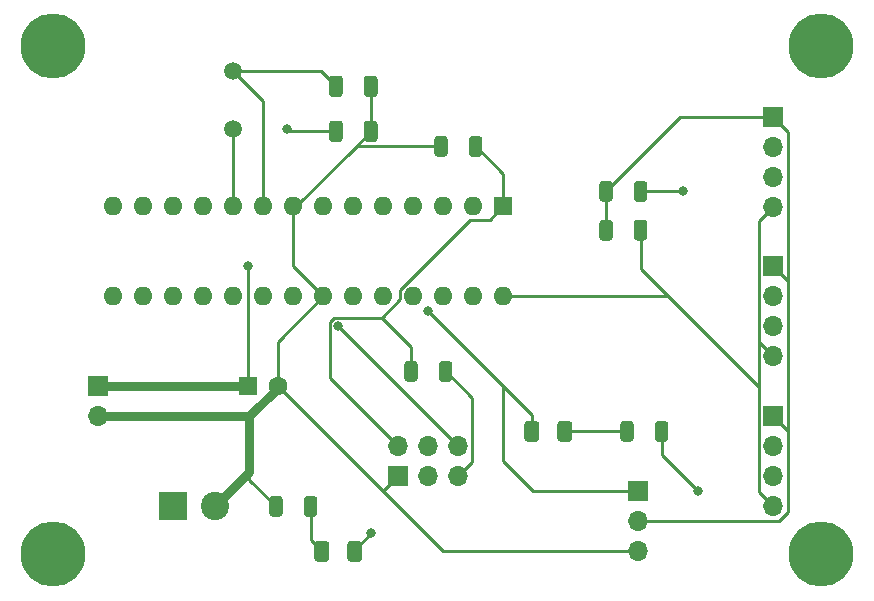
<source format=gbr>
%TF.GenerationSoftware,KiCad,Pcbnew,5.1.9+dfsg1-1+deb11u1*%
%TF.CreationDate,2022-11-29T20:17:50-05:00*%
%TF.ProjectId,Weather_Station_PCB,57656174-6865-4725-9f53-746174696f6e,rev?*%
%TF.SameCoordinates,Original*%
%TF.FileFunction,Copper,L1,Top*%
%TF.FilePolarity,Positive*%
%FSLAX46Y46*%
G04 Gerber Fmt 4.6, Leading zero omitted, Abs format (unit mm)*
G04 Created by KiCad (PCBNEW 5.1.9+dfsg1-1+deb11u1) date 2022-11-29 20:17:50*
%MOMM*%
%LPD*%
G01*
G04 APERTURE LIST*
%TA.AperFunction,ComponentPad*%
%ADD10C,2.400000*%
%TD*%
%TA.AperFunction,ComponentPad*%
%ADD11R,2.400000X2.400000*%
%TD*%
%TA.AperFunction,ComponentPad*%
%ADD12C,1.600000*%
%TD*%
%TA.AperFunction,ComponentPad*%
%ADD13R,1.600000X1.600000*%
%TD*%
%TA.AperFunction,ComponentPad*%
%ADD14O,1.700000X1.700000*%
%TD*%
%TA.AperFunction,ComponentPad*%
%ADD15R,1.700000X1.700000*%
%TD*%
%TA.AperFunction,ComponentPad*%
%ADD16C,1.500000*%
%TD*%
%TA.AperFunction,ComponentPad*%
%ADD17O,1.600000X1.600000*%
%TD*%
%TA.AperFunction,ViaPad*%
%ADD18C,5.500000*%
%TD*%
%TA.AperFunction,ViaPad*%
%ADD19C,0.800000*%
%TD*%
%TA.AperFunction,Conductor*%
%ADD20C,0.250000*%
%TD*%
%TA.AperFunction,Conductor*%
%ADD21C,0.750000*%
%TD*%
G04 APERTURE END LIST*
%TO.P,R6,2*%
%TO.N,Net-(J5-Pad4)*%
%TA.AperFunction,SMDPad,CuDef*%
G36*
G01*
X176160000Y-85195001D02*
X176160000Y-83944999D01*
G75*
G02*
X176409999Y-83695000I249999J0D01*
G01*
X177035001Y-83695000D01*
G75*
G02*
X177285000Y-83944999I0J-249999D01*
G01*
X177285000Y-85195001D01*
G75*
G02*
X177035001Y-85445000I-249999J0D01*
G01*
X176409999Y-85445000D01*
G75*
G02*
X176160000Y-85195001I0J249999D01*
G01*
G37*
%TD.AperFunction*%
%TO.P,R6,1*%
%TO.N,Net-(C1-Pad1)*%
%TA.AperFunction,SMDPad,CuDef*%
G36*
G01*
X173235000Y-85195001D02*
X173235000Y-83944999D01*
G75*
G02*
X173484999Y-83695000I249999J0D01*
G01*
X174110001Y-83695000D01*
G75*
G02*
X174360000Y-83944999I0J-249999D01*
G01*
X174360000Y-85195001D01*
G75*
G02*
X174110001Y-85445000I-249999J0D01*
G01*
X173484999Y-85445000D01*
G75*
G02*
X173235000Y-85195001I0J249999D01*
G01*
G37*
%TD.AperFunction*%
%TD*%
%TO.P,R5,2*%
%TO.N,Net-(J5-Pad2)*%
%TA.AperFunction,SMDPad,CuDef*%
G36*
G01*
X176160000Y-81905001D02*
X176160000Y-80654999D01*
G75*
G02*
X176409999Y-80405000I249999J0D01*
G01*
X177035001Y-80405000D01*
G75*
G02*
X177285000Y-80654999I0J-249999D01*
G01*
X177285000Y-81905001D01*
G75*
G02*
X177035001Y-82155000I-249999J0D01*
G01*
X176409999Y-82155000D01*
G75*
G02*
X176160000Y-81905001I0J249999D01*
G01*
G37*
%TD.AperFunction*%
%TO.P,R5,1*%
%TO.N,Net-(C1-Pad1)*%
%TA.AperFunction,SMDPad,CuDef*%
G36*
G01*
X173235000Y-81905001D02*
X173235000Y-80654999D01*
G75*
G02*
X173484999Y-80405000I249999J0D01*
G01*
X174110001Y-80405000D01*
G75*
G02*
X174360000Y-80654999I0J-249999D01*
G01*
X174360000Y-81905001D01*
G75*
G02*
X174110001Y-82155000I-249999J0D01*
G01*
X173484999Y-82155000D01*
G75*
G02*
X173235000Y-81905001I0J249999D01*
G01*
G37*
%TD.AperFunction*%
%TD*%
D10*
%TO.P,J8,2*%
%TO.N,0*%
X140660000Y-107950000D03*
D11*
%TO.P,J8,1*%
%TO.N,Net-(C1-Pad1)*%
X137160000Y-107950000D03*
%TD*%
D12*
%TO.P,C1,2*%
%TO.N,0*%
X146010000Y-97790000D03*
D13*
%TO.P,C1,1*%
%TO.N,Net-(C1-Pad1)*%
X143510000Y-97790000D03*
%TD*%
%TO.P,R4,2*%
%TO.N,0*%
%TA.AperFunction,SMDPad,CuDef*%
G36*
G01*
X160390000Y-76844999D02*
X160390000Y-78095001D01*
G75*
G02*
X160140001Y-78345000I-249999J0D01*
G01*
X159514999Y-78345000D01*
G75*
G02*
X159265000Y-78095001I0J249999D01*
G01*
X159265000Y-76844999D01*
G75*
G02*
X159514999Y-76595000I249999J0D01*
G01*
X160140001Y-76595000D01*
G75*
G02*
X160390000Y-76844999I0J-249999D01*
G01*
G37*
%TD.AperFunction*%
%TO.P,R4,1*%
%TO.N,Net-(J2-Pad2)*%
%TA.AperFunction,SMDPad,CuDef*%
G36*
G01*
X163315000Y-76844999D02*
X163315000Y-78095001D01*
G75*
G02*
X163065001Y-78345000I-249999J0D01*
G01*
X162439999Y-78345000D01*
G75*
G02*
X162190000Y-78095001I0J249999D01*
G01*
X162190000Y-76844999D01*
G75*
G02*
X162439999Y-76595000I249999J0D01*
G01*
X163065001Y-76595000D01*
G75*
G02*
X163315000Y-76844999I0J-249999D01*
G01*
G37*
%TD.AperFunction*%
%TD*%
D14*
%TO.P,J7,4*%
%TO.N,Net-(J5-Pad4)*%
X187960000Y-95250000D03*
%TO.P,J7,3*%
%TO.N,0*%
X187960000Y-92710000D03*
%TO.P,J7,2*%
%TO.N,Net-(J5-Pad2)*%
X187960000Y-90170000D03*
D15*
%TO.P,J7,1*%
%TO.N,Net-(C1-Pad1)*%
X187960000Y-87630000D03*
%TD*%
D14*
%TO.P,J6,4*%
%TO.N,Net-(J5-Pad4)*%
X187960000Y-82640000D03*
%TO.P,J6,3*%
%TO.N,0*%
X187960000Y-80100000D03*
%TO.P,J6,2*%
%TO.N,Net-(J5-Pad2)*%
X187960000Y-77560000D03*
D15*
%TO.P,J6,1*%
%TO.N,Net-(C1-Pad1)*%
X187960000Y-75020000D03*
%TD*%
D14*
%TO.P,J5,4*%
%TO.N,Net-(J5-Pad4)*%
X187960000Y-107950000D03*
%TO.P,J5,3*%
%TO.N,0*%
X187960000Y-105410000D03*
%TO.P,J5,2*%
%TO.N,Net-(J5-Pad2)*%
X187960000Y-102870000D03*
D15*
%TO.P,J5,1*%
%TO.N,Net-(C1-Pad1)*%
X187960000Y-100330000D03*
%TD*%
D16*
%TO.P,J3,2*%
%TO.N,Net-(C3-Pad1)*%
X142240000Y-76000000D03*
%TO.P,J3,1*%
%TO.N,Net-(C2-Pad1)*%
X142240000Y-71120000D03*
%TD*%
D17*
%TO.P,U1,28*%
%TO.N,Net-(J5-Pad4)*%
X165100000Y-90170000D03*
%TO.P,U1,14*%
%TO.N,Net-(U1-Pad14)*%
X132080000Y-82550000D03*
%TO.P,U1,27*%
%TO.N,Net-(J5-Pad2)*%
X162560000Y-90170000D03*
%TO.P,U1,13*%
%TO.N,Net-(U1-Pad13)*%
X134620000Y-82550000D03*
%TO.P,U1,26*%
%TO.N,Net-(U1-Pad26)*%
X160020000Y-90170000D03*
%TO.P,U1,12*%
%TO.N,Net-(U1-Pad12)*%
X137160000Y-82550000D03*
%TO.P,U1,25*%
%TO.N,Net-(U1-Pad25)*%
X157480000Y-90170000D03*
%TO.P,U1,11*%
%TO.N,Net-(U1-Pad11)*%
X139700000Y-82550000D03*
%TO.P,U1,24*%
%TO.N,Net-(U1-Pad24)*%
X154940000Y-90170000D03*
%TO.P,U1,10*%
%TO.N,Net-(C3-Pad1)*%
X142240000Y-82550000D03*
%TO.P,U1,23*%
%TO.N,Net-(U1-Pad23)*%
X152400000Y-90170000D03*
%TO.P,U1,9*%
%TO.N,Net-(C2-Pad1)*%
X144780000Y-82550000D03*
%TO.P,U1,22*%
%TO.N,0*%
X149860000Y-90170000D03*
%TO.P,U1,8*%
X147320000Y-82550000D03*
%TO.P,U1,21*%
%TO.N,Net-(U1-Pad21)*%
X147320000Y-90170000D03*
%TO.P,U1,7*%
%TO.N,Net-(C1-Pad1)*%
X149860000Y-82550000D03*
%TO.P,U1,20*%
%TO.N,Net-(U1-Pad20)*%
X144780000Y-90170000D03*
%TO.P,U1,6*%
%TO.N,Net-(U1-Pad6)*%
X152400000Y-82550000D03*
%TO.P,U1,19*%
%TO.N,Net-(J2-Pad4)*%
X142240000Y-90170000D03*
%TO.P,U1,5*%
%TO.N,Net-(U1-Pad5)*%
X154940000Y-82550000D03*
%TO.P,U1,18*%
%TO.N,Net-(J2-Pad6)*%
X139700000Y-90170000D03*
%TO.P,U1,4*%
%TO.N,Net-(U1-Pad4)*%
X157480000Y-82550000D03*
%TO.P,U1,17*%
%TO.N,Net-(J2-Pad3)*%
X137160000Y-90170000D03*
%TO.P,U1,3*%
%TO.N,Net-(D1-Pad2)*%
X160020000Y-82550000D03*
%TO.P,U1,16*%
%TO.N,Net-(U1-Pad16)*%
X134620000Y-90170000D03*
%TO.P,U1,2*%
%TO.N,Net-(U1-Pad2)*%
X162560000Y-82550000D03*
%TO.P,U1,15*%
%TO.N,Net-(U1-Pad15)*%
X132080000Y-90170000D03*
D13*
%TO.P,U1,1*%
%TO.N,Net-(J2-Pad2)*%
X165100000Y-82550000D03*
%TD*%
D14*
%TO.P,J4,3*%
%TO.N,0*%
X176530000Y-111760000D03*
%TO.P,J4,2*%
%TO.N,Net-(C1-Pad1)*%
X176530000Y-109220000D03*
D15*
%TO.P,J4,1*%
%TO.N,Net-(D1-Pad2)*%
X176530000Y-106680000D03*
%TD*%
D14*
%TO.P,J2,6*%
%TO.N,Net-(J2-Pad6)*%
X161290000Y-102870000D03*
%TO.P,J2,5*%
%TO.N,Net-(C1-Pad1)*%
X161290000Y-105410000D03*
%TO.P,J2,4*%
%TO.N,Net-(J2-Pad4)*%
X158750000Y-102870000D03*
%TO.P,J2,3*%
%TO.N,Net-(J2-Pad3)*%
X158750000Y-105410000D03*
%TO.P,J2,2*%
%TO.N,Net-(J2-Pad2)*%
X156210000Y-102870000D03*
D15*
%TO.P,J2,1*%
%TO.N,0*%
X156210000Y-105410000D03*
%TD*%
D14*
%TO.P,J1,2*%
%TO.N,0*%
X130810000Y-100330000D03*
D15*
%TO.P,J1,1*%
%TO.N,Net-(C1-Pad1)*%
X130810000Y-97790000D03*
%TD*%
%TO.P,C2,1*%
%TO.N,Net-(C2-Pad1)*%
%TA.AperFunction,SMDPad,CuDef*%
G36*
G01*
X150350000Y-73040001D02*
X150350000Y-71739999D01*
G75*
G02*
X150599999Y-71490000I249999J0D01*
G01*
X151250001Y-71490000D01*
G75*
G02*
X151500000Y-71739999I0J-249999D01*
G01*
X151500000Y-73040001D01*
G75*
G02*
X151250001Y-73290000I-249999J0D01*
G01*
X150599999Y-73290000D01*
G75*
G02*
X150350000Y-73040001I0J249999D01*
G01*
G37*
%TD.AperFunction*%
%TO.P,C2,2*%
%TO.N,0*%
%TA.AperFunction,SMDPad,CuDef*%
G36*
G01*
X153300000Y-73040001D02*
X153300000Y-71739999D01*
G75*
G02*
X153549999Y-71490000I249999J0D01*
G01*
X154200001Y-71490000D01*
G75*
G02*
X154450000Y-71739999I0J-249999D01*
G01*
X154450000Y-73040001D01*
G75*
G02*
X154200001Y-73290000I-249999J0D01*
G01*
X153549999Y-73290000D01*
G75*
G02*
X153300000Y-73040001I0J249999D01*
G01*
G37*
%TD.AperFunction*%
%TD*%
%TO.P,C3,2*%
%TO.N,0*%
%TA.AperFunction,SMDPad,CuDef*%
G36*
G01*
X153300000Y-76850001D02*
X153300000Y-75549999D01*
G75*
G02*
X153549999Y-75300000I249999J0D01*
G01*
X154200001Y-75300000D01*
G75*
G02*
X154450000Y-75549999I0J-249999D01*
G01*
X154450000Y-76850001D01*
G75*
G02*
X154200001Y-77100000I-249999J0D01*
G01*
X153549999Y-77100000D01*
G75*
G02*
X153300000Y-76850001I0J249999D01*
G01*
G37*
%TD.AperFunction*%
%TO.P,C3,1*%
%TO.N,Net-(C3-Pad1)*%
%TA.AperFunction,SMDPad,CuDef*%
G36*
G01*
X150350000Y-76850001D02*
X150350000Y-75549999D01*
G75*
G02*
X150599999Y-75300000I249999J0D01*
G01*
X151250001Y-75300000D01*
G75*
G02*
X151500000Y-75549999I0J-249999D01*
G01*
X151500000Y-76850001D01*
G75*
G02*
X151250001Y-77100000I-249999J0D01*
G01*
X150599999Y-77100000D01*
G75*
G02*
X150350000Y-76850001I0J249999D01*
G01*
G37*
%TD.AperFunction*%
%TD*%
%TO.P,D1,1*%
%TO.N,Net-(D1-Pad1)*%
%TA.AperFunction,SMDPad,CuDef*%
G36*
G01*
X170935000Y-100975000D02*
X170935000Y-102225000D01*
G75*
G02*
X170685000Y-102475000I-250000J0D01*
G01*
X169935000Y-102475000D01*
G75*
G02*
X169685000Y-102225000I0J250000D01*
G01*
X169685000Y-100975000D01*
G75*
G02*
X169935000Y-100725000I250000J0D01*
G01*
X170685000Y-100725000D01*
G75*
G02*
X170935000Y-100975000I0J-250000D01*
G01*
G37*
%TD.AperFunction*%
%TO.P,D1,2*%
%TO.N,Net-(D1-Pad2)*%
%TA.AperFunction,SMDPad,CuDef*%
G36*
G01*
X168135000Y-100975000D02*
X168135000Y-102225000D01*
G75*
G02*
X167885000Y-102475000I-250000J0D01*
G01*
X167135000Y-102475000D01*
G75*
G02*
X166885000Y-102225000I0J250000D01*
G01*
X166885000Y-100975000D01*
G75*
G02*
X167135000Y-100725000I250000J0D01*
G01*
X167885000Y-100725000D01*
G75*
G02*
X168135000Y-100975000I0J-250000D01*
G01*
G37*
%TD.AperFunction*%
%TD*%
%TO.P,D2,2*%
%TO.N,Net-(C1-Pad1)*%
%TA.AperFunction,SMDPad,CuDef*%
G36*
G01*
X151905000Y-112385000D02*
X151905000Y-111135000D01*
G75*
G02*
X152155000Y-110885000I250000J0D01*
G01*
X152905000Y-110885000D01*
G75*
G02*
X153155000Y-111135000I0J-250000D01*
G01*
X153155000Y-112385000D01*
G75*
G02*
X152905000Y-112635000I-250000J0D01*
G01*
X152155000Y-112635000D01*
G75*
G02*
X151905000Y-112385000I0J250000D01*
G01*
G37*
%TD.AperFunction*%
%TO.P,D2,1*%
%TO.N,Net-(D2-Pad1)*%
%TA.AperFunction,SMDPad,CuDef*%
G36*
G01*
X149105000Y-112385000D02*
X149105000Y-111135000D01*
G75*
G02*
X149355000Y-110885000I250000J0D01*
G01*
X150105000Y-110885000D01*
G75*
G02*
X150355000Y-111135000I0J-250000D01*
G01*
X150355000Y-112385000D01*
G75*
G02*
X150105000Y-112635000I-250000J0D01*
G01*
X149355000Y-112635000D01*
G75*
G02*
X149105000Y-112385000I0J250000D01*
G01*
G37*
%TD.AperFunction*%
%TD*%
%TO.P,R1,1*%
%TO.N,Net-(C1-Pad1)*%
%TA.AperFunction,SMDPad,CuDef*%
G36*
G01*
X160775000Y-95894998D02*
X160775000Y-97145002D01*
G75*
G02*
X160525002Y-97395000I-249998J0D01*
G01*
X159899998Y-97395000D01*
G75*
G02*
X159650000Y-97145002I0J249998D01*
G01*
X159650000Y-95894998D01*
G75*
G02*
X159899998Y-95645000I249998J0D01*
G01*
X160525002Y-95645000D01*
G75*
G02*
X160775000Y-95894998I0J-249998D01*
G01*
G37*
%TD.AperFunction*%
%TO.P,R1,2*%
%TO.N,Net-(J2-Pad2)*%
%TA.AperFunction,SMDPad,CuDef*%
G36*
G01*
X157850000Y-95894998D02*
X157850000Y-97145002D01*
G75*
G02*
X157600002Y-97395000I-249998J0D01*
G01*
X156974998Y-97395000D01*
G75*
G02*
X156725000Y-97145002I0J249998D01*
G01*
X156725000Y-95894998D01*
G75*
G02*
X156974998Y-95645000I249998J0D01*
G01*
X157600002Y-95645000D01*
G75*
G02*
X157850000Y-95894998I0J-249998D01*
G01*
G37*
%TD.AperFunction*%
%TD*%
%TO.P,R2,2*%
%TO.N,0*%
%TA.AperFunction,SMDPad,CuDef*%
G36*
G01*
X177938000Y-102225002D02*
X177938000Y-100974998D01*
G75*
G02*
X178187998Y-100725000I249998J0D01*
G01*
X178813002Y-100725000D01*
G75*
G02*
X179063000Y-100974998I0J-249998D01*
G01*
X179063000Y-102225002D01*
G75*
G02*
X178813002Y-102475000I-249998J0D01*
G01*
X178187998Y-102475000D01*
G75*
G02*
X177938000Y-102225002I0J249998D01*
G01*
G37*
%TD.AperFunction*%
%TO.P,R2,1*%
%TO.N,Net-(D1-Pad1)*%
%TA.AperFunction,SMDPad,CuDef*%
G36*
G01*
X175013000Y-102225002D02*
X175013000Y-100974998D01*
G75*
G02*
X175262998Y-100725000I249998J0D01*
G01*
X175888002Y-100725000D01*
G75*
G02*
X176138000Y-100974998I0J-249998D01*
G01*
X176138000Y-102225002D01*
G75*
G02*
X175888002Y-102475000I-249998J0D01*
G01*
X175262998Y-102475000D01*
G75*
G02*
X175013000Y-102225002I0J249998D01*
G01*
G37*
%TD.AperFunction*%
%TD*%
%TO.P,R3,1*%
%TO.N,0*%
%TA.AperFunction,SMDPad,CuDef*%
G36*
G01*
X145295000Y-108575002D02*
X145295000Y-107324998D01*
G75*
G02*
X145544998Y-107075000I249998J0D01*
G01*
X146170002Y-107075000D01*
G75*
G02*
X146420000Y-107324998I0J-249998D01*
G01*
X146420000Y-108575002D01*
G75*
G02*
X146170002Y-108825000I-249998J0D01*
G01*
X145544998Y-108825000D01*
G75*
G02*
X145295000Y-108575002I0J249998D01*
G01*
G37*
%TD.AperFunction*%
%TO.P,R3,2*%
%TO.N,Net-(D2-Pad1)*%
%TA.AperFunction,SMDPad,CuDef*%
G36*
G01*
X148220000Y-108575002D02*
X148220000Y-107324998D01*
G75*
G02*
X148469998Y-107075000I249998J0D01*
G01*
X149095002Y-107075000D01*
G75*
G02*
X149345000Y-107324998I0J-249998D01*
G01*
X149345000Y-108575002D01*
G75*
G02*
X149095002Y-108825000I-249998J0D01*
G01*
X148469998Y-108825000D01*
G75*
G02*
X148220000Y-108575002I0J249998D01*
G01*
G37*
%TD.AperFunction*%
%TD*%
D18*
%TO.N,*%
X127000000Y-69000000D03*
X192000000Y-69000000D03*
X192000000Y-112000000D03*
X127000000Y-112000000D03*
D19*
%TO.N,0*%
X181610000Y-106680000D03*
%TO.N,Net-(C1-Pad1)*%
X143510000Y-87630000D03*
X153924000Y-110236000D03*
%TO.N,Net-(C3-Pad1)*%
X146758000Y-76000000D03*
%TO.N,Net-(J5-Pad2)*%
X180340000Y-81280000D03*
%TO.N,Net-(D1-Pad2)*%
X158750000Y-91440000D03*
%TO.N,Net-(J2-Pad6)*%
X151130000Y-92710000D03*
%TD*%
D20*
%TO.N,0*%
X153875000Y-72390000D02*
X153875000Y-76200000D01*
X147525000Y-82550000D02*
X147320000Y-82550000D01*
X147320000Y-87630000D02*
X149860000Y-90170000D01*
X147320000Y-82550000D02*
X147320000Y-87630000D01*
D21*
X146010000Y-97925002D02*
X146010000Y-97790000D01*
X143605002Y-100330000D02*
X146010000Y-97925002D01*
X130810000Y-100330000D02*
X143605002Y-100330000D01*
X143605002Y-105004998D02*
X140660000Y-107950000D01*
X143605002Y-100330000D02*
X143605002Y-105004998D01*
D20*
X146010000Y-94020000D02*
X146010000Y-97790000D01*
X149860000Y-90170000D02*
X146010000Y-94020000D01*
X159980000Y-111760000D02*
X176530000Y-111760000D01*
X146010000Y-97790000D02*
X159980000Y-111760000D01*
X156210000Y-105410000D02*
X154940000Y-106680000D01*
X143605002Y-105697502D02*
X143605002Y-105314998D01*
X145857500Y-107950000D02*
X143605002Y-105697502D01*
X143605002Y-105314998D02*
X143605002Y-105505002D01*
X143605002Y-105004998D02*
X143605002Y-105314998D01*
X152605000Y-77470000D02*
X152502500Y-77572500D01*
X159827500Y-77470000D02*
X152605000Y-77470000D01*
X152502500Y-77572500D02*
X147525000Y-82550000D01*
X153875000Y-76200000D02*
X152502500Y-77572500D01*
X178500500Y-103570500D02*
X181610000Y-106680000D01*
X178500500Y-101600000D02*
X178500500Y-103570500D01*
D21*
%TO.N,Net-(C1-Pad1)*%
X143510000Y-97790000D02*
X130810000Y-97790000D01*
D20*
X187960000Y-100330000D02*
X189230000Y-101600000D01*
X189230000Y-108419002D02*
X188524001Y-109125001D01*
X189230000Y-101600000D02*
X189230000Y-108419002D01*
X189230000Y-88900000D02*
X187960000Y-87630000D01*
X189230000Y-101600000D02*
X189230000Y-88900000D01*
X189230000Y-76290000D02*
X187960000Y-75020000D01*
X189230000Y-88900000D02*
X189230000Y-76290000D01*
X188429002Y-109220000D02*
X189230000Y-108419002D01*
X176530000Y-109220000D02*
X188429002Y-109220000D01*
X143510000Y-90170000D02*
X143510000Y-87630000D01*
X143510000Y-97790000D02*
X143510000Y-90170000D01*
X143510000Y-90170000D02*
X143510000Y-89774998D01*
X162465001Y-98772501D02*
X160212500Y-96520000D01*
X162465001Y-104234999D02*
X162465001Y-98772501D01*
X161290000Y-105410000D02*
X162465001Y-104234999D01*
X173797500Y-81280000D02*
X173797500Y-84570000D01*
X180057500Y-75020000D02*
X173797500Y-81280000D01*
X187960000Y-75020000D02*
X180057500Y-75020000D01*
X152530000Y-111630000D02*
X153924000Y-110236000D01*
X152530000Y-111760000D02*
X152530000Y-111630000D01*
%TO.N,Net-(C2-Pad1)*%
X144780000Y-73660000D02*
X144780000Y-82550000D01*
X142240000Y-71120000D02*
X144780000Y-73660000D01*
X149655000Y-71120000D02*
X150925000Y-72390000D01*
X142240000Y-71120000D02*
X149655000Y-71120000D01*
%TO.N,Net-(C3-Pad1)*%
X142240000Y-76000000D02*
X142240000Y-82550000D01*
X146958000Y-76200000D02*
X146758000Y-76000000D01*
X150925000Y-76200000D02*
X146958000Y-76200000D01*
%TO.N,Net-(J5-Pad2)*%
X180340000Y-81280000D02*
X176722500Y-81280000D01*
%TO.N,Net-(D1-Pad1)*%
X170310000Y-101600000D02*
X175575500Y-101600000D01*
%TO.N,Net-(D1-Pad2)*%
X167510000Y-101600000D02*
X167510000Y-100200000D01*
X167510000Y-100200000D02*
X165100000Y-97790000D01*
X165100000Y-97790000D02*
X158750000Y-91440000D01*
X167640000Y-106680000D02*
X176530000Y-106680000D01*
X165100000Y-104140000D02*
X167640000Y-106680000D01*
X165100000Y-97790000D02*
X165100000Y-104140000D01*
%TO.N,Net-(D2-Pad1)*%
X148782500Y-110812500D02*
X149730000Y-111760000D01*
X148782500Y-107950000D02*
X148782500Y-110812500D01*
%TO.N,Net-(J5-Pad4)*%
X186784999Y-83815001D02*
X187960000Y-82640000D01*
X187960000Y-107950000D02*
X186784999Y-106774999D01*
X187960000Y-95250000D02*
X186784999Y-94074999D01*
X186784999Y-94074999D02*
X186784999Y-83815001D01*
X179070000Y-90170000D02*
X186784999Y-97884999D01*
X165100000Y-90170000D02*
X179070000Y-90170000D01*
X186784999Y-97884999D02*
X186784999Y-94074999D01*
X186784999Y-106774999D02*
X186784999Y-97884999D01*
X176722500Y-84570000D02*
X176722500Y-87822500D01*
X176722500Y-87822500D02*
X179070000Y-90170000D01*
%TO.N,Net-(J2-Pad6)*%
X161290000Y-102870000D02*
X151130000Y-92710000D01*
%TO.N,Net-(J2-Pad2)*%
X162309997Y-83675001D02*
X163974999Y-83675001D01*
X156354999Y-89629999D02*
X162309997Y-83675001D01*
X156354999Y-90420003D02*
X156354999Y-89629999D01*
X154790003Y-91984999D02*
X156354999Y-90420003D01*
X150781999Y-91984999D02*
X154790003Y-91984999D01*
X150404999Y-97064999D02*
X150404999Y-92361999D01*
X163974999Y-83675001D02*
X165100000Y-82550000D01*
X150404999Y-92361999D02*
X150781999Y-91984999D01*
X156210000Y-102870000D02*
X150404999Y-97064999D01*
X157287500Y-94482496D02*
X154790003Y-91984999D01*
X157287500Y-96520000D02*
X157287500Y-94482496D01*
X165100000Y-79817500D02*
X162752500Y-77470000D01*
X165100000Y-82550000D02*
X165100000Y-79817500D01*
%TD*%
M02*

</source>
